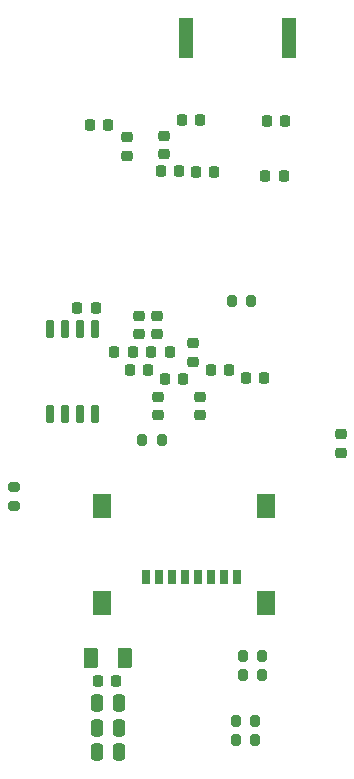
<source format=gbr>
%TF.GenerationSoftware,KiCad,Pcbnew,7.0.5*%
%TF.CreationDate,2023-08-27T23:52:23-07:00*%
%TF.ProjectId,Lyra V2,4c797261-2056-4322-9e6b-696361645f70,rev?*%
%TF.SameCoordinates,Original*%
%TF.FileFunction,Paste,Bot*%
%TF.FilePolarity,Positive*%
%FSLAX46Y46*%
G04 Gerber Fmt 4.6, Leading zero omitted, Abs format (unit mm)*
G04 Created by KiCad (PCBNEW 7.0.5) date 2023-08-27 23:52:23*
%MOMM*%
%LPD*%
G01*
G04 APERTURE LIST*
G04 Aperture macros list*
%AMRoundRect*
0 Rectangle with rounded corners*
0 $1 Rounding radius*
0 $2 $3 $4 $5 $6 $7 $8 $9 X,Y pos of 4 corners*
0 Add a 4 corners polygon primitive as box body*
4,1,4,$2,$3,$4,$5,$6,$7,$8,$9,$2,$3,0*
0 Add four circle primitives for the rounded corners*
1,1,$1+$1,$2,$3*
1,1,$1+$1,$4,$5*
1,1,$1+$1,$6,$7*
1,1,$1+$1,$8,$9*
0 Add four rect primitives between the rounded corners*
20,1,$1+$1,$2,$3,$4,$5,0*
20,1,$1+$1,$4,$5,$6,$7,0*
20,1,$1+$1,$6,$7,$8,$9,0*
20,1,$1+$1,$8,$9,$2,$3,0*%
G04 Aperture macros list end*
%ADD10RoundRect,0.225000X-0.250000X0.225000X-0.250000X-0.225000X0.250000X-0.225000X0.250000X0.225000X0*%
%ADD11RoundRect,0.225000X-0.225000X-0.250000X0.225000X-0.250000X0.225000X0.250000X-0.225000X0.250000X0*%
%ADD12RoundRect,0.225000X0.250000X-0.225000X0.250000X0.225000X-0.250000X0.225000X-0.250000X-0.225000X0*%
%ADD13RoundRect,0.150000X0.150000X-0.650000X0.150000X0.650000X-0.150000X0.650000X-0.150000X-0.650000X0*%
%ADD14RoundRect,0.200000X-0.200000X-0.275000X0.200000X-0.275000X0.200000X0.275000X-0.200000X0.275000X0*%
%ADD15RoundRect,0.225000X0.225000X0.250000X-0.225000X0.250000X-0.225000X-0.250000X0.225000X-0.250000X0*%
%ADD16R,1.500000X2.000000*%
%ADD17R,0.800000X1.200000*%
%ADD18RoundRect,0.200000X0.200000X0.275000X-0.200000X0.275000X-0.200000X-0.275000X0.200000X-0.275000X0*%
%ADD19RoundRect,0.250000X-0.250000X-0.475000X0.250000X-0.475000X0.250000X0.475000X-0.250000X0.475000X0*%
%ADD20RoundRect,0.200000X0.275000X-0.200000X0.275000X0.200000X-0.275000X0.200000X-0.275000X-0.200000X0*%
%ADD21R,1.300000X3.400000*%
%ADD22RoundRect,0.250000X-0.375000X-0.625000X0.375000X-0.625000X0.375000X0.625000X-0.375000X0.625000X0*%
%ADD23RoundRect,0.218750X0.218750X0.256250X-0.218750X0.256250X-0.218750X-0.256250X0.218750X-0.256250X0*%
G04 APERTURE END LIST*
D10*
%TO.C,C25*%
X120345200Y-93433600D03*
X120345200Y-94983600D03*
%TD*%
D11*
%TO.C,C26*%
X126550000Y-74650000D03*
X128100000Y-74650000D03*
%TD*%
D12*
%TO.C,C12*%
X117875000Y-77400000D03*
X117875000Y-75850000D03*
%TD*%
D13*
%TO.C,U5*%
X111988600Y-99459600D03*
X110718600Y-99459600D03*
X109448600Y-99459600D03*
X108178600Y-99459600D03*
X108178600Y-92259600D03*
X109448600Y-92259600D03*
X110718600Y-92259600D03*
X111988600Y-92259600D03*
%TD*%
D11*
%TO.C,C13*%
X120586200Y-78917800D03*
X122136200Y-78917800D03*
%TD*%
D14*
%TO.C,R7*%
X124524000Y-121513800D03*
X126174000Y-121513800D03*
%TD*%
D15*
%TO.C,C28*%
X128000000Y-79300000D03*
X126450000Y-79300000D03*
%TD*%
%TO.C,C16*%
X113150000Y-74975000D03*
X111600000Y-74975000D03*
%TD*%
%TO.C,C11*%
X119125000Y-78875000D03*
X117575000Y-78875000D03*
%TD*%
%TO.C,C18*%
X112090800Y-90474800D03*
X110540800Y-90474800D03*
%TD*%
D16*
%TO.C,J13*%
X126477400Y-115443000D03*
X112587400Y-115443000D03*
X112587400Y-107243000D03*
X126477400Y-107243000D03*
D17*
X116307400Y-113243000D03*
X117407400Y-113243000D03*
X118507400Y-113243000D03*
X119607400Y-113243000D03*
X120707400Y-113243000D03*
X121807400Y-113243000D03*
X122907400Y-113243000D03*
X124007400Y-113243000D03*
%TD*%
D18*
%TO.C,R8*%
X125600000Y-127050000D03*
X123950000Y-127050000D03*
%TD*%
D19*
%TO.C,C5*%
X112175000Y-128025000D03*
X114075000Y-128025000D03*
%TD*%
D20*
%TO.C,R13*%
X105173400Y-107234000D03*
X105173400Y-105584000D03*
%TD*%
D21*
%TO.C,LS1*%
X119750000Y-67625000D03*
X128450000Y-67625000D03*
%TD*%
D18*
%TO.C,R6*%
X126174000Y-119938800D03*
X124524000Y-119938800D03*
%TD*%
D11*
%TO.C,C23*%
X124815600Y-96367600D03*
X126365600Y-96367600D03*
%TD*%
D12*
%TO.C,C30*%
X117348000Y-99504800D03*
X117348000Y-97954800D03*
%TD*%
%TO.C,C29*%
X115773200Y-92633800D03*
X115773200Y-91083800D03*
%TD*%
D15*
%TO.C,C17*%
X123355400Y-95732600D03*
X121805400Y-95732600D03*
%TD*%
D22*
%TO.C,F2*%
X111725000Y-120050000D03*
X114525000Y-120050000D03*
%TD*%
D18*
%TO.C,R14*%
X117690400Y-101625400D03*
X116040400Y-101625400D03*
%TD*%
D10*
%TO.C,C19*%
X114775000Y-76000000D03*
X114775000Y-77550000D03*
%TD*%
D11*
%TO.C,C15*%
X117919200Y-96494600D03*
X119469200Y-96494600D03*
%TD*%
D23*
%TO.C,FB1*%
X113825000Y-122000000D03*
X112250000Y-122000000D03*
%TD*%
D12*
%TO.C,C9*%
X132816600Y-102679800D03*
X132816600Y-101129800D03*
%TD*%
D19*
%TO.C,C6*%
X112175000Y-125975000D03*
X114075000Y-125975000D03*
%TD*%
D11*
%TO.C,C20*%
X116801600Y-94157800D03*
X118351600Y-94157800D03*
%TD*%
D14*
%TO.C,R19*%
X123609600Y-89839800D03*
X125259600Y-89839800D03*
%TD*%
%TO.C,R9*%
X123924999Y-125375000D03*
X125574999Y-125375000D03*
%TD*%
D15*
%TO.C,C27*%
X116497400Y-95707200D03*
X114947400Y-95707200D03*
%TD*%
D12*
%TO.C,C22*%
X117297200Y-92672200D03*
X117297200Y-91122200D03*
%TD*%
D19*
%TO.C,C7*%
X112175000Y-123850000D03*
X114075000Y-123850000D03*
%TD*%
D15*
%TO.C,C21*%
X115202000Y-94208600D03*
X113652000Y-94208600D03*
%TD*%
D12*
%TO.C,C24*%
X120904000Y-99530200D03*
X120904000Y-97980200D03*
%TD*%
D15*
%TO.C,C10*%
X120917000Y-74549000D03*
X119367000Y-74549000D03*
%TD*%
M02*

</source>
